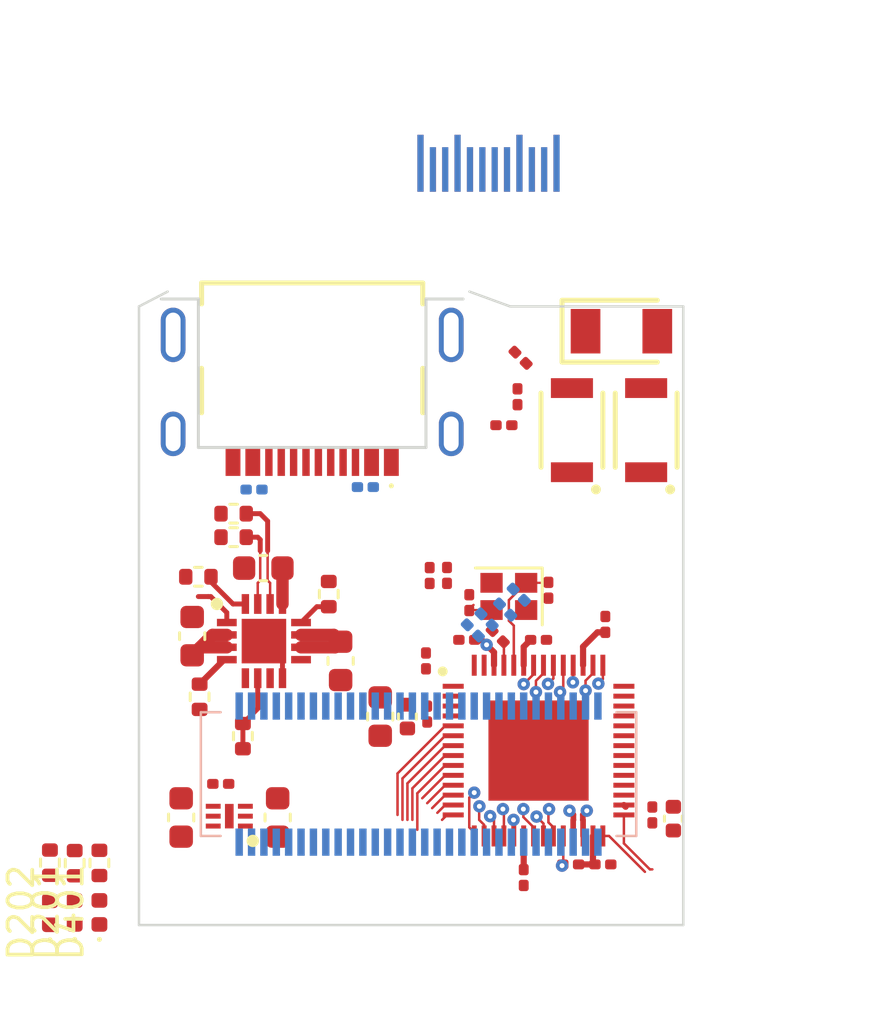
<source format=kicad_pcb>
(kicad_pcb (version 20221018) (generator pcbnew)
  (layers (0 "F.Cu" signal) (1 "In1.Cu" signal) (2 "In2.Cu" signal) (31 "B.Cu" signal) (34 "B.Paste" user) (35 "F.Paste" user) (36 "B.SilkS" user "B.Silkscreen") (37 "F.SilkS" user "F.Silkscreen") (38 "B.Mask" user) (39 "F.Mask" user) (44 "Edge.Cuts" user))
  (net 0 "")
  (net 1 "Net-(ANT401-A)")
  (net 2 "/200_1S_Charger/VBAT")
  (net 3 "GND")
  (net 4 "VBUS")
  (net 5 "/200_1S_Charger/VSYS")
  (net 6 "/300_Power/VSYS")
  (net 7 "+3V3")
  (net 8 "Net-(C401-Pad1)")
  (net 9 "Net-(U401-XTAL_N)")
  (net 10 "/400_ESP32/LNA_IN")
  (net 11 "SPI6")
  (net 12 "/400_ESP32/EN")
  (net 13 "/200_1S_Charger/BQ_PGOOD")
  (net 14 "/200_1S_Charger/LED_PG")
  (net 15 "/200_1S_Charger/BQ_CHG")
  (net 16 "/200_1S_Charger/LED_CHG")
  (net 17 "/400_ESP32/LED_NET")
  (net 18 "/100_Connectors/CC1")
  (net 19 "/100_Connectors/D+")
  (net 20 "/100_Connectors/D-")
  (net 22 "/100_Connectors/CC2")
  (net 24 "/100_Connectors/VBAT")
  (net 25 "/100_Connectors/VSYS")
  (net 26 "/100_Connectors/RX0")
  (net 27 "IO0")
  (net 28 "/100_Connectors/TX0")
  (net 29 "IO1")
  (net 30 "SPI0")
  (net 31 "IO2")
  (net 32 "SPI1")
  (net 33 "IO3")
  (net 34 "SPI2")
  (net 35 "IO4")
  (net 36 "SPI3")
  (net 37 "IO5")
  (net 38 "SPI4")
  (net 39 "IO6")
  (net 40 "SPI5")
  (net 41 "IO7")
  (net 42 "SPI7")
  (net 43 "IO8")
  (net 44 "/100_Connectors/BATTERY_TEMP")
  (net 45 "IO9")
  (net 46 "IO10")
  (net 47 "IO11")
  (net 48 "IO34")
  (net 49 "IO12")
  (net 50 "IO35")
  (net 51 "IO13")
  (net 52 "IO36")
  (net 53 "IO14")
  (net 54 "IO37")
  (net 55 "IO15")
  (net 56 "IO38")
  (net 57 "IO16")
  (net 58 "IO39")
  (net 59 "IO17")
  (net 60 "IO40")
  (net 61 "IO18")
  (net 62 "IO41")
  (net 63 "IO21")
  (net 64 "IO42")
  (net 65 "IO33")
  (net 66 "/200_1S_Charger/SYSOFF")
  (net 67 "/200_1S_Charger/TMR")
  (net 68 "/200_1S_Charger/ISET")
  (net 69 "/200_1S_Charger/ILIM")
  (net 70 "/200_1S_Charger/BQ_CE")
  (net 71 "/300_Power/PRIM_LDO_EN")
  (net 72 "Net-(U401-XTAL_P)")
  (net 73 "/400_ESP32/IO46")
  (net 74 "/400_ESP32/IO45")
  (footprint "Capacitor_SMD:C_0201_0603Metric" (layer "F.Cu") (at 172.75 55.55 -90)
    (fp_text reference "C412" hide)
    (fp_text value "100n")
  )
  (footprint "Capacitor_SMD:C_0201_0603Metric" (layer "F.Cu") (at 168.550002 46.47 -90)
    (fp_text reference "C402" hide)
    (fp_text value "15p")
  )
  (footprint "Resistor_SMD:R_0201_0603Metric" (layer "F.Cu") (at 166.500001 48.325 -45)
    (fp_text reference "R401" hide)
    (fp_text value "0")
  )
  (footprint "Capacitor_SMD:C_0603_1608Metric" (layer "F.Cu") (at 161.750001 51.575 90)
    (fp_text reference "C409" hide)
    (fp_text value "10u")
  )
  (footprint "Component_lib:QFN40P700X700X90-57N-D" (layer "F.Cu") (at 168.15 52.95)
    (fp_text reference "U401" hide)
    (fp_text value "ESP32-S2FH4" hide)
  )
  (footprint "Capacitor_SMD:C_0201_0603Metric" (layer "F.Cu") (at 170.75 57.55)
    (fp_text reference "C416" hide)
    (fp_text value "100n")
  )
  (footprint "Capacitor_SMD:C_0603_1608Metric" (layer "F.Cu") (at 160.149999 49.325 -90)
    (fp_text reference "C203" hide)
    (fp_text value "4u7")
  )
  (footprint "Capacitor_SMD:C_0201_0603Metric" (layer "F.Cu") (at 166.75 39.8 180)
    (fp_text reference "C407" hide)
    (fp_text value "C")
  )
  (footprint "LED_SMD:LED_0402_1005Metric" (layer "F.Cu") (at 150.4 59.49 90)
    (fp_text reference "D401")
    (fp_text value "LED")
  )
  (footprint "Component_lib:Crystal_SMD_2016-4Pin_2.0x1.6mm" (layer "F.Cu") (at 166.950001 46.72 180)
    (fp_text reference "Y601" hide)
    (fp_text value "Crystal_GND24_Small")
  )
  (footprint "Capacitor_SMD:C_0201_0603Metric" (layer "F.Cu") (at 167.423726 37.073726 135)
    (fp_text reference "C406" hide)
    (fp_text value "C")
  )
  (footprint "LED_SMD:LED_0402_1005Metric" (layer "F.Cu") (at 148.4 59.505 90)
    (fp_text reference "D202")
    (fp_text value "LED")
  )
  (footprint "Inductor_SMD:L_0201_0603Metric" (layer "F.Cu") (at 167.3 38.65 -90)
    (fp_text reference "L401" hide)
    (fp_text value "L")
  )
  (footprint "Resistor_SMD:R_0402_1005Metric" (layer "F.Cu") (at 155.824999 43.375001 180)
    (fp_text reference "R202" hide)
    (fp_text value "36k5")
  )
  (footprint "Capacitor_SMD:C_0402_1005Metric" (layer "F.Cu") (at 173.6 55.7 -90)
    (fp_text reference "C413" hide)
    (fp_text value "1u")
  )
  (footprint "Component_lib:QFN50P300X300X100-17N-D" (layer "F.Cu") (at 157.049998 48.525)
    (fp_text reference "U201" hide)
    (fp_text value "BQ24075RGTR" hide)
  )
  (footprint "Capacitor_SMD:C_0402_1005Metric" (layer "F.Cu") (at 162.850001 51.575 90)
    (fp_text reference "C410" hide)
    (fp_text value "1u")
  )
  (footprint "Resistor_SMD:R_0402_1005Metric" (layer "F.Cu") (at 149.4 57.5 -90)
    (fp_text reference "R205" hide)
    (fp_text value "1k5")
  )
  (footprint "Capacitor_SMD:C_0201_0603Metric" (layer "F.Cu") (at 163.600001 49.325 90)
    (fp_text reference "C408" hide)
    (fp_text value "100n")
  )
  (footprint "Capacitor_SMD:C_0201_0603Metric" (layer "F.Cu") (at 165.350002 46.97 90)
    (fp_text reference "C401" hide)
    (fp_text value "15p")
  )
  (footprint "Capacitor_SMD:C_0201_0603Metric" (layer "F.Cu") (at 167.550001 58.08 -90)
    (fp_text reference "C415" hide)
    (fp_text value "100n")
  )
  (footprint "Capacitor_SMD:C_0603_1608Metric" (layer "F.Cu") (at 153.704999 55.653 90)
    (fp_text reference "C301" hide)
    (fp_text value "2u2")
  )
  (footprint "Resistor_SMD:R_0201_0603Metric" (layer "F.Cu") (at 155.304999 54.294999 180)
    (fp_text reference "R301" hide)
    (fp_text value "0k")
  )
  (footprint "Capacitor_SMD:C_0603_1608Metric" (layer "F.Cu") (at 157.604999 55.653 90)
    (fp_text reference "C302" hide)
    (fp_text value "2u2")
  )
  (footprint "Resistor_SMD:R_0402_1005Metric" (layer "F.Cu") (at 148.4 57.48 -90)
    (fp_text reference "R206" hide)
    (fp_text value "1k5")
  )
  (footprint "Capacitor_SMD:C_0603_1608Metric" (layer "F.Cu") (at 154.15 48.325 90)
    (fp_text reference "C201" hide)
    (fp_text value "4u7")
  )
  (footprint "Capacitor_SMD:C_0201_0603Metric" (layer "F.Cu") (at 165.250001 48.475 180)
    (fp_text reference "C404" hide)
    (fp_text value "100n")
  )
  (footprint "Resistor_SMD:R_0201_0603Metric" (layer "F.Cu") (at 169.45 57.55 180)
    (fp_text reference "R404" hide)
    (fp_text value "10k")
  )
  (footprint "Capacitor_SMD:C_0603_1608Metric" (layer "F.Cu") (at 157.024999 45.575 180)
    (fp_text reference "C202" hide)
    (fp_text value "1u")
  )
  (footprint "LED_SMD:LED_0402_1005Metric" (layer "F.Cu") (at 149.4 59.49 90)
    (fp_text reference "D201")
    (fp_text value "LED")
  )
  (footprint "Resistor_SMD:R_0402_1005Metric" (layer "F.Cu") (at 156.2 52.365 -90)
    (fp_text reference "R1" hide)
    (fp_text value "R")
  )
  (footprint "Resistor_SMD:R_0402_1005Metric" (layer "F.Cu") (at 154.449999 50.775 -90)
    (fp_text reference "R207" hide)
    (fp_text value "100k")
  )
  (footprint "Component_lib:SON40P120X120X60-7N-D" (layer "F.Cu") (at 155.65 55.6 180)
    (fp_text reference "U301" hide)
    (fp_text value "MIC5528-3.3YMT-T5" hide)
  )
  (footprint "Component_lib:B3U-1000P" (layer "F.Cu") (at 169.5 40 -90)
    (fp_text reference "SW402" hide)
    (fp_text value "SW_Push" hide)
  )
  (footprint "Component_lib:USB4510031A" (layer "F.Cu") (at 159.000001 37.3 180)
    (fp_text reference "J101" hide)
    (fp_text value "USB4510-03-1-A" hide)
    (fp_line (start -4.6 -3.4) (end 4.6 -3.4) (stroke (width 0.12)) (layer "Edge.Cuts"))
    (fp_line (start -4.6 2.6) (end -6.1 2.6) (stroke (width 0.12)) (layer "Edge.Cuts"))
    (fp_line (start -4.6 2.6) (end -4.6 -3.4) (stroke (width 0.12)) (layer "Edge.Cuts"))
    (fp_line (start 4.6 -3.4) (end 4.6 2.6) (stroke (width 0.12)) (layer "Edge.Cuts"))
    (fp_line (start 4.6 2.6) (end 6.1 2.6) (stroke (width 0.12)) (layer "Edge.Cuts"))
  )
  (footprint "Resistor_SMD:R_0402_1005Metric" (layer "F.Cu") (at 154.399999 45.925 180)
    (fp_text reference "R203" hide)
    (fp_text value "590")
  )
  (footprint "Capacitor_SMD:C_0201_0603Metric" (layer "F.Cu") (at 168.150001 48.475)
    (fp_text reference "C405" hide)
    (fp_text value "100n")
  )
  (footprint "Capacitor_SMD:C_0201_0603Metric" (layer "F.Cu") (at 163.650001 51.475 90)
    (fp_text reference "C411" hide)
    (fp_text value "100n")
  )
  (footprint "Resistor_SMD:R_0402_1005Metric" (layer "F.Cu") (at 155.824999 44.324999 180)
    (fp_text reference "R201" hide)
    (fp_text value "0")
  )
  (footprint "Component_lib:ANTC3216X140N" (layer "F.Cu") (at 171.5 36)
    (fp_text reference "ANT401" hide)
    (fp_text value "2450AT18A100E" hide)
  )
  (footprint "Component_lib:B3U-1000P" (layer "F.Cu") (at 172.5 40 -90)
    (fp_text reference "SW401" hide)
    (fp_text value "SW_Push" hide)
  )
  (footprint "Resistor_SMD:R_0201_0603Metric" (layer "F.Cu") (at 163.750001 45.875 -90)
    (fp_text reference "R403" hide)
    (fp_text value "10k")
  )
  (footprint "Capacitor_SMD:C_0201_0603Metric" (layer "F.Cu") (at 170.85 47.850001 90)
    (fp_text reference "C403" hide)
    (fp_text value "100n")
  )
  (footprint "Resistor_SMD:R_0402_1005Metric" (layer "F.Cu") (at 150.400001 57.49 -90)
    (fp_text reference "R402" hide)
    (fp_text value "2k")
  )
  (footprint "Capacitor_SMD:C_0201_0603Metric" (layer "F.Cu") (at 164.45 45.870001 90)
    (fp_text reference "C414" hide)
    (fp_text value "100n")
  )
  (footprint "Resistor_SMD:R_0402_1005Metric" (layer "F.Cu") (at 159.669999 46.624999 -90)
    (fp_text reference "R204" hide)
    (fp_text value "1k1")
  )
  (footprint "Resistor_SMD:R_0201_0603Metric" (layer "B.Cu") (at 156.65 42.4 180)
    (fp_text reference "R101" hide)
    (fp_text value "5.1k")
  )
  (footprint "Component_lib:547220604" (layer "B.Cu") (at 163.3 53.9)
    (fp_text reference "J102" hide)
    (fp_text value "54722-0604" hide)
  )
  (footprint "Resistor_SMD:R_0201_0603Metric" (layer "B.Cu") (at 166.05 47.65 -45)
    (fp_text reference "R405" hide)
    (fp_text value "nu")
  )
  (footprint "Resistor_SMD:R_0201_0603Metric" (layer "B.Cu") (at 166.8 47.25 -45)
    (fp_text reference "R406" hide)
    (fp_text value "nu")
  )
  (footprint "Resistor_SMD:R_0201_0603Metric" (layer "B.Cu") (at 161.15 42.3)
    (fp_text reference "R102" hide)
    (fp_text value "5.1k")
  )
  (footprint "Component_lib:usb-c-pcb" (layer "B.Cu") (at 166.128 32.064 180)
    (fp_text reference "REF**" hide)
    (fp_text value "usb-c-pcb")
  )
  (footprint "Resistor_SMD:R_0201_0603Metric" (layer "B.Cu") (at 167.35 46.65 135)
    (fp_text reference "R408" hide)
    (fp_text value "nu")
  )
  (footprint "Resistor_SMD:R_0201_0603Metric" (layer "B.Cu") (at 165.493952 48.093952 135)
    (fp_text reference "R407" hide)
    (fp_text value "nu")
  )
  (gr_line (start 174 60) (end 174 35) (stroke (width 0.1)) (layer "Edge.Cuts"))
  (gr_line (start 167 35) (end 165.358 34.4) (stroke (width 0.1)) (layer "Edge.Cuts"))
  (gr_line (start 153.158 34.4) (end 152 35) (stroke (width 0.1)) (layer "Edge.Cuts"))
  (gr_line (start 174 35) (end 167 35) (stroke (width 0.1)) (layer "Edge.Cuts"))
  (gr_line (start 152 35) (end 152 60) (stroke (width 0.1)) (layer "Edge.Cuts"))
  (gr_line (start 152 60) (end 174 60) (stroke (width 0.1)) (layer "Edge.Cuts"))
  (segment (start 154.474999 48.775) (end 154.149999 49.1) (width 0.5) (layer "F.Cu") (net 2))
  (segment (start 154.974999 48.275) (end 154.149999 49.1) (width 0.5) (layer "F.Cu") (net 2))
  (segment (start 155.549999 48.775) (end 154.474999 48.775) (width 0.5) (layer "F.Cu") (net 2))
  (segment (start 155.549999 48.275) (end 154.974999 48.275) (width 0.5) (layer "F.Cu") (net 2))
  (segment (start 156.799999 51.254999) (end 156.799999 50.025) (width 0.2) (layer "F.Cu") (net 3))
  (segment (start 157.799999 50.025) (end 157.799999 49.275001) (width 0.2) (layer "F.Cu") (net 3))
  (segment (start 157.799999 49.275001) (end 157.049998 48.525) (width 0.2) (layer "F.Cu") (net 3))
  (segment (start 156.2 51.854999) (end 156.799999 51.254999) (width 0.2) (layer "F.Cu") (net 3))
  (segment (start 156.2 51.854999) (end 156.199999 52.875) (width 0.2) (layer "F.Cu") (net 3))
  (segment (start 156.8 48.775) (end 157.049998 48.525) (width 0.2) (layer "F.Cu") (net 3))
  (segment (start 157.799999 47.024999) (end 157.799999 45.425001) (width 0.5) (layer "F.Cu") (net 4))
  (segment (start 158.549998 48.775) (end 159.924999 48.775) (width 0.5) (layer "F.Cu") (net 5))
  (segment (start 159.924999 48.775) (end 160.149999 48.55) (width 0.5) (layer "F.Cu") (net 5))
  (segment (start 158.549999 48.275) (end 159.874999 48.275) (width 0.5) (layer "F.Cu") (net 5))
  (segment (start 159.874999 48.275) (end 160.149999 48.55) (width 0.5) (layer "F.Cu") (net 5))
  (segment (start 165.570001 48.475) (end 165.850001 48.475) (width 0.25) (layer "F.Cu") (net 7))
  (segment (start 167.55 48.755001) (end 167.830001 48.475) (width 0.25) (layer "F.Cu") (net 7))
  (segment (start 166.35 49.5) (end 166.35 48.974999) (width 0.25) (layer "F.Cu") (net 7))
  (segment (start 170.53 48.17) (end 170.85 48.17) (width 0.25) (layer "F.Cu") (net 7))
  (segment (start 167.550001 57.76) (end 167.55 56.4) (width 0.25) (layer "F.Cu") (net 7))
  (segment (start 165.850001 48.475) (end 166.050001 48.675) (width 0.25) (layer "F.Cu") (net 7))
  (segment (start 170.35 56.4) (end 170.35 57.47) (width 0.25) (layer "F.Cu") (net 7))
  (segment (start 170.35 57.47) (end 170.43 57.55) (width 0.25) (layer "F.Cu") (net 7))
  (segment (start 167.55 49.5) (end 167.55 48.755001) (width 0.25) (layer "F.Cu") (net 7))
  (segment (start 169.95 48.75) (end 170.53 48.17) (width 0.25) (layer "F.Cu") (net 7))
  (segment (start 166.35 48.974999) (end 166.050001 48.675) (width 0.25) (layer "F.Cu") (net 7))
  (segment (start 169.95 49.5) (end 169.95 48.75) (width 0.25) (layer "F.Cu") (net 7))
  (segment (start 170.43 57.55) (end 169.77 57.55) (width 0.25) (layer "F.Cu") (net 7))
  (via (at 166.050001 48.675) (size 0.5) (drill 0.2) (layers "F.Cu" "B.Cu") (net 7))
  (segment (start 166.273727 47.293726) (end 166.250001 47.27) (width 0.1) (layer "F.Cu") (net 8))
  (segment (start 165.350002 47.29) (end 165.370002 47.27) (width 0.09) (layer "F.Cu") (net 8))
  (segment (start 166.273727 48.098726) (end 166.273727 47.293726) (width 0.1) (layer "F.Cu") (net 8))
  (segment (start 165.5 47.085) (end 165.52 47.065) (width 0.1) (layer "F.Cu") (net 8))
  (segment (start 165.370002 47.27) (end 166.250001 47.27) (width 0.09) (layer "F.Cu") (net 8))
  (segment (start 168.7 46.15) (end 168.68 46.17) (width 0.09) (layer "F.Cu") (net 9))
  (segment (start 167.15 49.5) (end 167.15 47.899999) (width 0.1) (layer "F.Cu") (net 9))
  (segment (start 168.530002 46.17) (end 168.550002 46.15) (width 0.09) (layer "F.Cu") (net 9))
  (segment (start 166.950001 47.7) (end 166.950001 46.87) (width 0.1) (layer "F.Cu") (net 9))
  (segment (start 167.650001 46.17) (end 168.530002 46.17) (width 0.09) (layer "F.Cu") (net 9))
  (segment (start 166.950001 46.87) (end 167.650001 46.17) (width 0.1) (layer "F.Cu") (net 9))
  (segment (start 167.15 47.899999) (end 166.950001 47.7) (width 0.1) (layer "F.Cu") (net 9))
  (segment (start 171.67 55.22) (end 171.6 55.15) (width 0.25) (layer "F.Cu") (net 11))
  (segment (start 169.95 55.762499) (end 169.94 55.752499) (width 0.228) (layer "F.Cu") (net 19))
  (segment (start 169.94 55.752499) (end 169.94 55.537818) (width 0.228) (layer "F.Cu") (net 19))
  (segment (start 169.94 55.537818) (end 170.1 55.377818) (width 0.228) (layer "F.Cu") (net 19))
  (segment (start 169.949999 56.4) (end 169.95 55.762499) (width 0.228) (layer "F.Cu") (net 19))
  (via (at 170.1 55.377818) (size 0.5) (drill 0.2) (layers "F.Cu" "B.Cu") (net 19))
  (segment (start 169.56 55.537818) (end 169.4 55.377818) (width 0.228) (layer "F.Cu") (net 20))
  (segment (start 169.56 55.752499) (end 169.56 55.537818) (width 0.228) (layer "F.Cu") (net 20))
  (segment (start 169.55 55.762499) (end 169.56 55.752499) (width 0.228) (layer "F.Cu") (net 20))
  (segment (start 169.550001 56.4) (end 169.55 55.762499) (width 0.228) (layer "F.Cu") (net 20))
  (via (at 169.4 55.377818) (size 0.5) (drill 0.2) (layers "F.Cu" "B.Cu") (net 20))
  (segment (start 168.35 49.5) (end 168.35 49.825) (width 0.1) (layer "F.Cu") (net 26))
  (segment (start 168.044443 50.130558) (end 168.044443 50.5855) (width 0.1) (layer "F.Cu") (net 26))
  (segment (start 168.35 49.825) (end 168.044443 50.130558) (width 0.1) (layer "F.Cu") (net 26))
  (via (at 168.044443 50.5855) (size 0.5) (drill 0.2) (layers "F.Cu" "B.Cu") (net 26))
  (segment (start 162.45 53.875) (end 162.45 55.55) (width 0.1) (layer "F.Cu") (net 27))
  (segment (start 164.375 51.95) (end 162.45 53.875) (width 0.1) (layer "F.Cu") (net 27))
  (segment (start 164.7 51.95) (end 164.375 51.95) (width 0.1) (layer "F.Cu") (net 27))
  (segment (start 168.75 50.036585) (end 168.53218 50.254405) (width 0.1) (layer "F.Cu") (net 28))
  (segment (start 168.75 49.5) (end 168.75 50.036585) (width 0.1) (layer "F.Cu") (net 28))
  (via (at 168.53218 50.254405) (size 0.5) (drill 0.2) (layers "F.Cu" "B.Cu") (net 28))
  (segment (start 164.375 52.350001) (end 162.65 54.075) (width 0.1) (layer "F.Cu") (net 29))
  (segment (start 162.65 54.075) (end 162.649999 55.75) (width 0.1) (layer "F.Cu") (net 29))
  (segment (start 164.7 52.35) (end 164.375 52.350001) (width 0.1) (layer "F.Cu") (net 29))
  (segment (start 164.375 52.75) (end 162.85 54.275) (width 0.1) (layer "F.Cu") (net 31))
  (segment (start 164.7 52.75) (end 164.375 52.75) (width 0.1) (layer "F.Cu") (net 31))
  (segment (start 162.85 54.275) (end 162.85 55.75) (width 0.1) (layer "F.Cu") (net 31))
  (segment (start 164.7 53.15) (end 164.375 53.15) (width 0.1) (layer "F.Cu") (net 33))
  (segment (start 164.375 53.15) (end 163.05 54.475) (width 0.1) (layer "F.Cu") (net 33))
  (segment (start 163.05 54.475) (end 163.05 55.75) (width 0.1) (layer "F.Cu") (net 33))
  (segment (start 164.7 53.55) (end 164.375 53.55) (width 0.1) (layer "F.Cu") (net 35))
  (segment (start 163.25 54.675) (end 163.25 56.15) (width 0.1) (layer "F.Cu") (net 35))
  (segment (start 164.375 53.55) (end 163.25 54.675) (width 0.1) (layer "F.Cu") (net 35))
  (segment (start 164.7 53.95) (end 164.375 53.949999) (width 0.1) (layer "F.Cu") (net 37))
  (segment (start 164.375 53.949999) (end 163.45 54.875) (width 0.1) (layer "F.Cu") (net 37))
  (segment (start 164.7 54.35) (end 164.375 54.35) (width 0.1) (layer "F.Cu") (net 39))
  (segment (start 164.375 54.35) (end 163.65 55.075) (width 0.1) (layer "F.Cu") (net 39))
  (segment (start 164.7 54.75) (end 164.375 54.75) (width 0.1) (layer "F.Cu") (net 41))
  (segment (start 164.375 54.75) (end 163.85 55.275) (width 0.1) (layer "F.Cu") (net 41))
  (segment (start 172.65 57.75) (end 172.75 57.75) (width 0.1) (layer "F.Cu") (net 42))
  (segment (start 171.6 56.700001) (end 172.65 57.75) (width 0.1) (layer "F.Cu") (net 42))
  (segment (start 171.6 55.55) (end 171.6 56.700001) (width 0.1) (layer "F.Cu") (net 42))
  (segment (start 164.7 55.15) (end 164.375001 55.15) (width 0.1) (layer "F.Cu") (net 43))
  (segment (start 164.375001 55.15) (end 164.06 55.465) (width 0.1) (layer "F.Cu") (net 43))
  (segment (start 154.799999 46.725) (end 154.399999 46.725) (width 0.2) (layer "F.Cu") (net 44))
  (segment (start 155.549999 47.775) (end 155.55 47.375) (width 0.2) (layer "F.Cu") (net 44))
  (segment (start 154.899999 46.725) (end 154.799999 46.725) (width 0.2) (layer "F.Cu") (net 44))
  (segment (start 155.55 47.375) (end 155.149999 46.975) (width 0.2) (layer "F.Cu") (net 44))
  (segment (start 155.149999 46.975) (end 154.899999 46.725) (width 0.2) (layer "F.Cu") (net 44))
  (segment (start 164.7 55.55) (end 164.45 55.55) (width 0.1) (layer "F.Cu") (net 45))
  (segment (start 164.45 55.55) (end 164.25 55.75) (width 0.1) (layer "F.Cu") (net 45))
  (segment (start 165.35 54.85) (end 165.55 54.65) (width 0.1) (layer "F.Cu") (net 46))
  (segment (start 165.550001 56.25) (end 165.35 56.05) (width 0.1) (layer "F.Cu") (net 46))
  (segment (start 165.35 56.05) (end 165.35 54.85) (width 0.1) (layer "F.Cu") (net 46))
  (segment (start 165.55 56.400001) (end 165.550001 56.25) (width 0.1) (layer "F.Cu") (net 46))
  (via (at 165.55 54.65) (size 0.5) (drill 0.2) (layers "F.Cu" "B.Cu") (net 46))
  (segment (start 165.75 55.21016) (end 165.75892 55.20124) (width 0.1) (layer "F.Cu") (net 47))
  (segment (start 165.749999 55.75) (end 165.75 55.21016) (width 0.1) (layer "F.Cu") (net 47))
  (segment (start 165.95 55.95) (end 165.749999 55.75) (width 0.1) (layer "F.Cu") (net 47))
  (segment (start 165.95 56.4) (end 165.95 55.95) (width 0.1) (layer "F.Cu") (net 47))
  (via (at 165.75892 55.20124) (size 0.5) (drill 0.2) (layers "F.Cu" "B.Cu") (net 47))
  (segment (start 166.35 56.4) (end 166.349999 55.755982) (width 0.1) (layer "F.Cu") (net 49))
  (segment (start 166.349999 55.755982) (end 166.193534 55.599516) (width 0.1) (layer "F.Cu") (net 49))
  (via (at 166.193534 55.599516) (size 0.5) (drill 0.2) (layers "F.Cu" "B.Cu") (net 49))
  (segment (start 166.75 55.354947) (end 166.709555 55.314502) (width 0.1) (layer "F.Cu") (net 51))
  (segment (start 166.75 56.4) (end 166.75 55.354947) (width 0.1) (layer "F.Cu") (net 51))
  (via (at 166.709555 55.314502) (size 0.5) (drill 0.2) (layers "F.Cu" "B.Cu") (net 51))
  (segment (start 167.149999 56.4) (end 167.15 55.7605) (width 0.1) (layer "F.Cu") (net 53))
  (segment (start 167.15 55.7605) (end 167.1395 55.75) (width 0.1) (layer "F.Cu") (net 53))
  (via (at 167.1395 55.75) (size 0.5) (drill 0.2) (layers "F.Cu" "B.Cu") (net 53))
  (segment (start 167.95 56.05) (end 167.536807 55.636807) (width 0.1) (layer "F.Cu") (net 55))
  (segment (start 167.536807 55.636807) (end 167.536807 55.3145) (width 0.1) (layer "F.Cu") (net 55))
  (segment (start 167.95 56.4) (end 167.95 56.05) (width 0.1) (layer "F.Cu") (net 55))
  (via (at 167.536807 55.3145) (size 0.5) (drill 0.2) (layers "F.Cu" "B.Cu") (net 55))
  (segment (start 168.35 56.400001) (end 168.35 55.899163) (width 0.1) (layer "F.Cu") (net 57))
  (segment (start 168.35 55.899163) (end 168.068168 55.61733) (width 0.1) (layer "F.Cu") (net 57))
  (via (at 168.068168 55.61733) (size 0.5) (drill 0.2) (layers "F.Cu" "B.Cu") (net 57))
  (segment (start 170.75 50.061261) (end 170.567882 50.243379) (width 0.1) (layer "F.Cu") (net 58))
  (segment (start 170.75 49.5) (end 170.75 50.061261) (width 0.1) (layer "F.Cu") (net 58))
  (via (at 170.567882 50.243379) (size 0.5) (drill 0.2) (layers "F.Cu" "B.Cu") (net 58))
  (segment (start 168.75 56.05) (end 168.55 55.85) (width 0.1) (layer "F.Cu") (net 59))
  (segment (start 168.75 56.4) (end 168.75 56.05) (width 0.1) (layer "F.Cu") (net 59))
  (segment (start 168.55 55.338443) (end 168.573942 55.314501) (width 0.1) (layer "F.Cu") (net 59))
  (segment (start 168.55 55.85) (end 168.55 55.338443) (width 0.1) (layer "F.Cu") (net 59))
  (via (at 168.573942 55.314501) (size 0.5) (drill 0.2) (layers "F.Cu" "B.Cu") (net 59))
  (segment (start 170.35 49.825) (end 170.050001 50.125) (width 0.1) (layer "F.Cu") (net 60))
  (segment (start 170.35 49.5) (end 170.35 49.825) (width 0.1) (layer "F.Cu") (net 60))
  (segment (start 170.050001 50.125) (end 170.050001 50.525) (width 0.1) (layer "F.Cu") (net 60))
  (via (at 170.050001 50.525) (size 0.5) (drill 0.2) (layers "F.Cu" "B.Cu") (net 60))
  (segment (start 169.15 57.53) (end 169.13 57.55) (width 0.09) (layer "F.Cu") (net 61))
  (segment (start 169.13 57.55) (end 169.13 57.57) (width 0.09) (layer "F.Cu") (net 61))
  (segment (start 169.13 57.57) (end 169.1 57.6) (width 0.09) (layer "F.Cu") (net 61))
  (segment (start 169.15 57.55) (end 169.1 57.6) (width 0.1) (layer "F.Cu") (net 61))
  (segment (start 169.15 56.4) (end 169.15 57.55) (width 0.1) (layer "F.Cu") (net 61))
  (via (at 169.1 57.6) (size 0.5) (drill 0.2) (layers "F.Cu" "B.Cu") (net 61))
  (segment (start 169.55 50.179606) (end 169.5395 50.190106) (width 0.1) (layer "F.Cu") (net 62))
  (segment (start 169.55 49.5) (end 169.55 50.179606) (width 0.1) (layer "F.Cu") (net 62))
  (via (at 169.5395 50.190106) (size 0.5) (drill 0.2) (layers "F.Cu" "B.Cu") (net 62))
  (segment (start 170.75 56.4) (end 171 56.400001) (width 0.1) (layer "F.Cu") (net 63))
  (segment (start 171 56.400001) (end 172.45 57.85) (width 0.1) (layer "F.Cu") (net 63))
  (segment (start 169.15 49.5) (end 169.15 50.455419) (width 0.1) (layer "F.Cu") (net 64))
  (segment (start 169.15 50.455419) (end 169.019919 50.5855) (width 0.1) (layer "F.Cu") (net 64))
  (via (at 169.019919 50.5855) (size 0.5) (drill 0.2) (layers "F.Cu" "B.Cu") (net 64))
  (segment (start 156.799999 46.175) (end 156.899999 46.075) (width 0.1) (layer "F.Cu") (net 66))
  (segment (start 156.899999 46.075) (end 156.899999 44.875) (width 0.1) (layer "F.Cu") (net 66))
  (segment (start 156.335 44.325) (end 156.799999 44.324999) (width 0.2) (layer "F.Cu") (net 66))
  (segment (start 156.799999 47.025) (end 156.839999 46.985001) (width 0.1) (layer "F.Cu") (net 66))
  (segment (start 156.799999 44.324999) (end 156.899999 44.425) (width 0.2) (layer "F.Cu") (net 66))
  (segment (start 156.799999 47.025) (end 156.799999 46.175) (width 0.1) (layer "F.Cu") (net 66))
  (segment (start 156.864999 46.96) (end 156.799999 47.025) (width 0.1) (layer "F.Cu") (net 66))
  (segment (start 156.899999 44.425) (end 156.899999 44.875) (width 0.2) (layer "F.Cu") (net 66))
  (segment (start 157.199999 43.675) (end 157.199999 44.875) (width 0.2) (layer "F.Cu") (net 67))
  (segment (start 157.299999 46.174998) (end 157.199999 46.075) (width 0.1) (layer "F.Cu") (net 67))
  (segment (start 157.299999 47.025) (end 157.299999 46.174998) (width 0.1) (layer "F.Cu") (net 67))
  (segment (start 156.334997 43.375) (end 156.899999 43.375001) (width 0.2) (layer "F.Cu") (net 67))
  (segment (start 157.199999 46.075) (end 157.199999 44.875) (width 0.1) (layer "F.Cu") (net 67))
  (segment (start 156.899999 43.375001) (end 157.199999 43.675) (width 0.2) (layer "F.Cu") (net 67))
  (segment (start 154.909999 46.135) (end 155.799999 47.025) (width 0.2) (layer "F.Cu") (net 68))
  (segment (start 155.799999 47.025) (end 156.299999 47.025) (width 0.2) (layer "F.Cu") (net 68))
  (segment (start 154.909998 45.925) (end 154.909999 46.135) (width 0.2) (layer "F.Cu") (net 68))
  (segment (start 159.189999 47.135001) (end 158.55 47.775) (width 0.2) (layer "F.Cu") (net 69))
  (segment (start 159.669999 47.135) (end 159.189999 47.135001) (width 0.2) (layer "F.Cu") (net 69))
  (segment (start 155.439999 49.275001) (end 154.449999 50.265001) (width 0.25) (layer "F.Cu") (net 70))
  (segment (start 155.549999 49.274999) (end 155.439999 49.275001) (width 0.25) (layer "F.Cu") (net 70))
  (segment (start 166.75 48.574999) (end 166.726275 48.551274) (width 0.1) (layer "F.Cu") (net 72))
  (segment (start 166.75 49.5) (end 166.75 48.574999) (width 0.1) (layer "F.Cu") (net 72))
  (segment (start 167.95 49.864503) (end 167.550001 50.264502) (width 0.1) (layer "F.Cu") (net 74))
  (segment (start 167.95 49.5) (end 167.95 49.864503) (width 0.1) (layer "F.Cu") (net 74))
  (via (at 167.550001 50.264502) (size 0.5) (drill 0.2) (layers "F.Cu" "B.Cu") (net 74))
)
</source>
